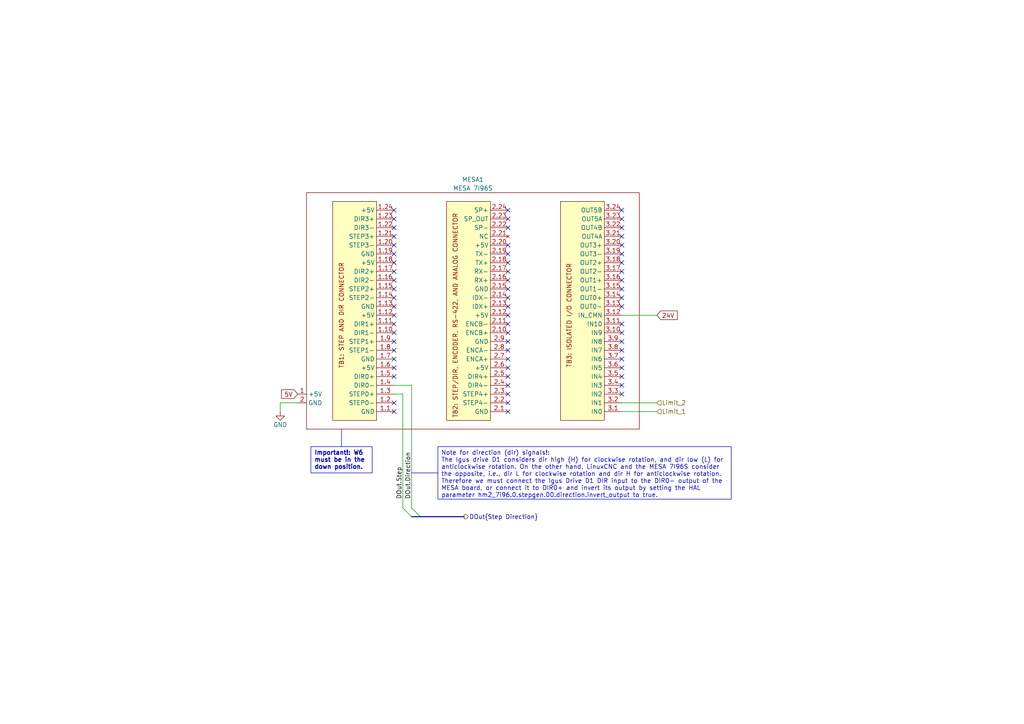
<source format=kicad_sch>
(kicad_sch (version 20250114) (generator "eeschema") (generator_version "9.0")
  (paper "A4")
  (title_block (title "MESA 7I96S") (date "2023-07-20") (company "CITIC Research Center & Department of Computer Engineering, University of A Coruña."))
  (lib_symbols
    (symbol "Gantry_Robot_Components:MESA-7I96S"
      (property "Reference" "U" (at 0 38.1 0))
      (property "Value" "MESA-7I96S" (at 0 -35.56 0))
      (symbol "MESA-7I96S_1_1"
        (rectangle (start -48.26 35.56) (end 48.26 -33.02))
        (rectangle (start -40.64 33.02) (end -27.94 -30.48) (fill (type background)))
        (rectangle (start -7.62 33.02) (end 5.08 -30.48) (fill (type background)))
        (rectangle (start 25.4 33.02) (end 38.1 -30.48) (fill (type background)))
        (text "TB1: STEP AND DIR CONNECTOR" (at -38.1 0 900) (effects (font (size 1.27 1.27))))
        (text "TB2: STEP/DIR, ENCODER, RS-422, AND ANALOG CONNECTOR" (at -5.08 0 900) (effects (font (size 1.27 1.27))))
        (text "TB3: ISOLATED I/O CONNECTOR" (at 27.94 0 900) (effects (font (size 1.27 1.27))))
        (pin power_in line (at -50.8 -22.86 0) (length 2.54) (name "+5V") (number "1"))
        (pin power_in line (at -50.8 -25.4 0) (length 2.54) (name "GND") (number "2"))
        (pin power_out line (at -22.86 30.48 180) (length 5.08) (name "+5V") (number "1.24"))
        (pin output line (at -22.86 27.94 180) (length 5.08) (name "DIR3+") (number "1.23"))
        (pin output line (at -22.86 25.4 180) (length 5.08) (name "DIR3-") (number "1.22"))
        (pin output line (at -22.86 22.86 180) (length 5.08) (name "STEP3+") (number "1.21"))
        (pin output line (at -22.86 20.32 180) (length 5.08) (name "STEP3-") (number "1.20"))
        (pin power_out line (at -22.86 17.78 180) (length 5.08) (name "GND") (number "1.19"))
        (pin power_out line (at -22.86 15.24 180) (length 5.08) (name "+5V") (number "1.18"))
        (pin output line (at -22.86 12.7 180) (length 5.08) (name "DIR2+") (number "1.17"))
        (pin output line (at -22.86 10.16 180) (length 5.08) (name "DIR2-") (number "1.16"))
        (pin output line (at -22.86 7.62 180) (length 5.08) (name "STEP2+") (number "1.15"))
        (pin output line (at -22.86 5.08 180) (length 5.08) (name "STEP2-") (number "1.14"))
        (pin power_out line (at -22.86 2.54 180) (length 5.08) (name "GND") (number "1.13"))
        (pin power_out line (at -22.86 0 180) (length 5.08) (name "+5V") (number "1.12"))
        (pin output line (at -22.86 -2.54 180) (length 5.08) (name "DIR1+") (number "1.11"))
        (pin output line (at -22.86 -5.08 180) (length 5.08) (name "DIR1-") (number "1.10"))
        (pin output line (at -22.86 -7.62 180) (length 5.08) (name "STEP1+") (number "1.9"))
        (pin output line (at -22.86 -10.16 180) (length 5.08) (name "STEP1-") (number "1.8"))
        (pin power_out line (at -22.86 -12.7 180) (length 5.08) (name "GND") (number "1.7"))
        (pin power_out line (at -22.86 -15.24 180) (length 5.08) (name "+5V") (number "1.6"))
        (pin output line (at -22.86 -17.78 180) (length 5.08) (name "DIR0+") (number "1.5"))
        (pin output line (at -22.86 -20.32 180) (length 5.08) (name "DIR0-") (number "1.4"))
        (pin output line (at -22.86 -22.86 180) (length 5.08) (name "STEP0+") (number "1.3"))
        (pin output line (at -22.86 -25.4 180) (length 5.08) (name "STEP0-") (number "1.2"))
        (pin power_out line (at -22.86 -27.94 180) (length 5.08) (name "GND") (number "1.1"))
        (pin input line (at 10.16 30.48 180) (length 5.08) (name "SP+") (number "2.24"))
        (pin output line (at 10.16 27.94 180) (length 5.08) (name "SP_OUT") (number "2.23"))
        (pin input line (at 10.16 25.4 180) (length 5.08) (name "SP-") (number "2.22"))
        (pin no_connect line (at 10.16 22.86 180) (length 5.08) (name "NC") (number "2.21"))
        (pin power_out line (at 10.16 20.32 180) (length 5.08) (name "+5V") (number "2.20"))
        (pin output line (at 10.16 17.78 180) (length 5.08) (name "TX-") (number "2.19"))
        (pin output line (at 10.16 15.24 180) (length 5.08) (name "TX+") (number "2.18"))
        (pin input line (at 10.16 12.7 180) (length 5.08) (name "RX-") (number "2.17"))
        (pin input line (at 10.16 10.16 180) (length 5.08) (name "RX+") (number "2.16"))
        (pin power_out line (at 10.16 7.62 180) (length 5.08) (name "GND") (number "2.15"))
        (pin input line (at 10.16 5.08 180) (length 5.08) (name "IDX-") (number "2.14"))
        (pin input line (at 10.16 2.54 180) (length 5.08) (name "IDX+") (number "2.13"))
        (pin power_out line (at 10.16 0 180) (length 5.08) (name "+5V") (number "2.12"))
        (pin input line (at 10.16 -2.54 180) (length 5.08) (name "ENCB-") (number "2.11"))
        (pin input line (at 10.16 -5.08 180) (length 5.08) (name "ENCB+") (number "2.10"))
        (pin power_out line (at 10.16 -7.62 180) (length 5.08) (name "GND") (number "2.9"))
        (pin input line (at 10.16 -10.16 180) (length 5.08) (name "ENCA-") (number "2.8"))
        (pin input line (at 10.16 -12.7 180) (length 5.08) (name "ENCA+") (number "2.7"))
        (pin power_out line (at 10.16 -15.24 180) (length 5.08) (name "+5V") (number "2.6"))
        (pin output line (at 10.16 -17.78 180) (length 5.08) (name "DIR4+") (number "2.5"))
        (pin output line (at 10.16 -20.32 180) (length 5.08) (name "DIR4-") (number "2.4"))
        (pin output line (at 10.16 -22.86 180) (length 5.08) (name "STEP4+") (number "2.3"))
        (pin output line (at 10.16 -25.4 180) (length 5.08) (name "STEP4-") (number "2.2"))
        (pin power_out line (at 10.16 -27.94 180) (length 5.08) (name "GND") (number "2.1"))
        (pin passive line (at 43.18 30.48 180) (length 5.08) (name "OUT5B") (number "3.24"))
        (pin passive line (at 43.18 27.94 180) (length 5.08) (name "OUT5A") (number "3.23"))
        (pin passive line (at 43.18 25.4 180) (length 5.08) (name "OUT4B") (number "3.22"))
        (pin passive line (at 43.18 22.86 180) (length 5.08) (name "OUT4A") (number "3.21"))
        (pin passive line (at 43.18 20.32 180) (length 5.08) (name "OUT3+") (number "3.20"))
        (pin passive line (at 43.18 17.78 180) (length 5.08) (name "OUT3-") (number "3.19"))
        (pin passive line (at 43.18 15.24 180) (length 5.08) (name "OUT2+") (number "3.18"))
        (pin passive line (at 43.18 12.7 180) (length 5.08) (name "OUT2-") (number "3.17"))
        (pin passive line (at 43.18 10.16 180) (length 5.08) (name "OUT1+") (number "3.16"))
        (pin passive line (at 43.18 7.62 180) (length 5.08) (name "OUT1-") (number "3.15"))
        (pin passive line (at 43.18 5.08 180) (length 5.08) (name "OUT0+") (number "3.14"))
        (pin passive line (at 43.18 2.54 180) (length 5.08) (name "OUT0-") (number "3.13"))
        (pin power_in line (at 43.18 0 180) (length 5.08) (name "IN_CMN") (number "3.12"))
        (pin input line (at 43.18 -2.54 180) (length 5.08) (name "IN10") (number "3.11"))
        (pin input line (at 43.18 -5.08 180) (length 5.08) (name "IN9") (number "3.10"))
        (pin input line (at 43.18 -7.62 180) (length 5.08) (name "IN8") (number "3.9"))
        (pin input line (at 43.18 -10.16 180) (length 5.08) (name "IN7") (number "3.8"))
        (pin input line (at 43.18 -12.7 180) (length 5.08) (name "IN6") (number "3.7"))
        (pin input line (at 43.18 -15.24 180) (length 5.08) (name "IN5") (number "3.6"))
        (pin input line (at 43.18 -17.78 180) (length 5.08) (name "IN4") (number "3.5"))
        (pin input line (at 43.18 -20.32 180) (length 5.08) (name "IN3") (number "3.4"))
        (pin input line (at 43.18 -22.86 180) (length 5.08) (name "IN2") (number "3.3"))
        (pin input line (at 43.18 -25.4 180) (length 5.08) (name "IN1") (number "3.2"))
        (pin input line (at 43.18 -27.94 180) (length 5.08) (name "IN0") (number "3.1"))
      )
    )
    (symbol "power:GND" (power) (pin_names (offset 0))
      (property "Value" "GND" (at 0 -3.81 0))
      (symbol "GND_0_1"
        (polyline (pts (xy 0 0) (xy 0 -1.27) (xy 1.27 -1.27) (xy 0 -2.54) (xy -1.27 -1.27) (xy 0 -1.27)))
      )
      (symbol "GND_1_1"
        (pin power_in line (at 0 0 270) (length 0) (hide yes) (name "GND") (number "1"))
      )
    )
  )
  (text_box "Important!: W6 must be in the down position." (at 90.17 129.54 0) (size 17.78 7.62) (margins 0.9525 0.9525 0.9525 0.9525) (effects (font (size 1.27 1.27) (thickness 0.254) (bold yes)) (justify left top)))
  (text_box "Note for direction (dir) signals!:\nThe Igus drive D1 considers dir high (H) for clockwise rotation, and dir low (L) for anticlockwise rotation. On the other hand, LinuxCNC and the MESA 7I96S consider the opposite, i.e., dir L for clockwise rotation and dir H for anticlockwise rotation. Therefore we must connect the Igus Drive D1 DIR input to the DIR0- output of the MESA board, or connect it to DIR0+ and invert its output by setting the HAL parameter hm2_7i96.0.stepgen.00.direction.invert_output to true." (at 127 129.54 0) (size 85.09 15.24) (margins 0.9525 0.9525 0.9525 0.9525) (effects (font (size 1.27 1.27)) (justify left top)))
  (no_connect (at 147.32 104.14))
  (no_connect (at 114.3 106.68))
  (no_connect (at 180.34 101.6))
  (no_connect (at 180.34 109.22))
  (no_connect (at 147.32 83.82))
  (no_connect (at 147.32 109.22))
  (no_connect (at 147.32 81.28))
  (no_connect (at 147.32 114.3))
  (no_connect (at 180.34 114.3))
  (no_connect (at 147.32 63.5))
  (no_connect (at 114.3 66.04))
  (no_connect (at 180.34 68.58))
  (no_connect (at 180.34 106.68))
  (no_connect (at 180.34 99.06))
  (no_connect (at 114.3 88.9))
  (no_connect (at 147.32 91.44))
  (no_connect (at 114.3 99.06))
  (no_connect (at 180.34 76.2))
  (no_connect (at 147.32 60.96))
  (no_connect (at 180.34 66.04))
  (no_connect (at 180.34 60.96))
  (no_connect (at 114.3 71.12))
  (no_connect (at 147.32 101.6))
  (no_connect (at 114.3 76.2))
  (no_connect (at 114.3 68.58))
  (no_connect (at 147.32 99.06))
  (no_connect (at 114.3 96.52))
  (no_connect (at 114.3 116.84))
  (no_connect (at 180.34 73.66))
  (no_connect (at 147.32 66.04))
  (no_connect (at 147.32 106.68))
  (no_connect (at 147.32 93.98))
  (no_connect (at 180.34 83.82))
  (no_connect (at 114.3 60.96))
  (no_connect (at 114.3 93.98))
  (no_connect (at 114.3 109.22))
  (no_connect (at 114.3 86.36))
  (no_connect (at 180.34 63.5))
  (no_connect (at 147.32 116.84))
  (no_connect (at 147.32 111.76))
  (no_connect (at 114.3 91.44))
  (no_connect (at 180.34 86.36))
  (no_connect (at 114.3 63.5))
  (no_connect (at 114.3 83.82))
  (no_connect (at 147.32 71.12))
  (no_connect (at 114.3 81.28))
  (no_connect (at 147.32 78.74))
  (no_connect (at 114.3 104.14))
  (no_connect (at 147.32 73.66))
  (no_connect (at 180.34 81.28))
  (no_connect (at 180.34 71.12))
  (no_connect (at 180.34 88.9))
  (no_connect (at 147.32 119.38))
  (no_connect (at 147.32 88.9))
  (no_connect (at 147.32 96.52))
  (no_connect (at 180.34 96.52))
  (no_connect (at 114.3 73.66))
  (no_connect (at 147.32 76.2))
  (no_connect (at 147.32 86.36))
  (no_connect (at 180.34 111.76))
  (no_connect (at 180.34 78.74))
  (no_connect (at 114.3 119.38))
  (no_connect (at 180.34 93.98))
  (no_connect (at 180.34 104.14))
  (no_connect (at 114.3 78.74))
  (no_connect (at 114.3 101.6))
  (bus_entry (at 116.84 147.32) (size 2.54 2.54))
  (bus_entry (at 119.38 147.32) (size 2.54 2.54))
  (wire (pts (xy 180.34 119.38) (xy 190.5 119.38)))
  (wire (pts (xy 119.38 111.76) (xy 119.38 147.32)))
  (wire (pts (xy 180.34 116.84) (xy 190.5 116.84)))
  (wire (pts (xy 180.34 91.44) (xy 190.5 91.44)))
  (bus (pts (xy 119.38 149.86) (xy 121.92 149.86)))
  (polyline (pts (xy 99.06 124.46) (xy 99.06 129.54)))
  (wire (pts (xy 86.36 116.84) (xy 81.28 116.84)))
  (wire (pts (xy 114.3 111.76) (xy 119.38 111.76)))
  (bus (pts (xy 121.92 149.86) (xy 134.62 149.86)))
  (polyline (pts (xy 119.38 137.16) (xy 127 137.16)))
  (wire (pts (xy 81.28 116.84) (xy 81.28 119.38)))
  (wire (pts (xy 116.84 114.3) (xy 116.84 147.32)))
  (wire (pts (xy 114.3 114.3) (xy 116.84 114.3)))
  (label "DOut.Direction" (at 119.38 144.78 90))
  (label "DOut.Step" (at 116.84 144.78 90))
  (global_label "24V" (shape input) (at 190.5 91.44 0) (property "Intersheetrefs" "${INTERSHEET_REFS}" (effects (hide yes))))
  (global_label "5V" (shape input) (at 86.36 114.3 180) (property "Intersheetrefs" "${INTERSHEET_REFS}" (effects (hide yes))))
  (hierarchical_label "Limit_1" (shape input) (at 190.5 119.38 0))
  (hierarchical_label "Limit_2" (shape input) (at 190.5 116.84 0))
  (hierarchical_label "DOut{Step Direction}" (shape output) (at 134.62 149.86 0))
  (symbol (lib_id "power:GND") (at 81.28 119.38 0) (mirror y) (unit 1)
    (property "Reference" "#PWR0105" (effects (hide yes)))
    (property "Value" "GND" (at 81.28 123.19 0))
    (instances (project "pruebas_robot" (path "" (reference "#PWR024") (unit 1)) (path "" (reference "#PWR0105") (unit 1))))
  )
  (symbol (lib_id "Gantry_Robot_Components:MESA-7I96S") (at 137.16 91.44 0) (unit 1)
    (property "Reference" "MESA1" (at 137.16 52.07 0))
    (property "Value" "MESA 7I96S" (at 137.16 54.61 0))
    (instances (project "pruebas_robot" (path "" (reference "MESA1") (unit 1)) (path "" (reference "MESA3") (unit 1))))
  )
)
</source>
